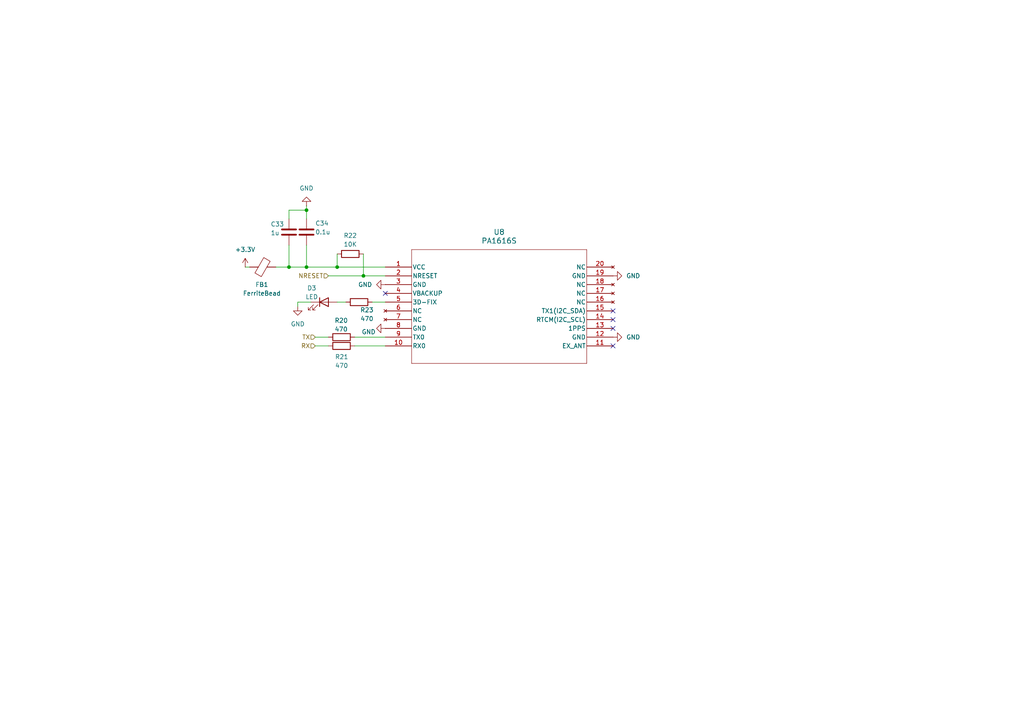
<source format=kicad_sch>
(kicad_sch (version 20250114) (generator "eeschema") (generator_version "9.0")
  (paper "A4")
  (lib_symbols
    (symbol "Device:C" (pin_numbers (hide yes)) (pin_names (offset 0.254))
      (property "Reference" "C" (at 0.635 2.54 0))
      (property "Value" "C" (at 0.635 -2.54 0))
      (symbol "C_0_1"
        (polyline (pts (xy -2.032 0.762) (xy 2.032 0.762)) (stroke (width 0.508)))
        (polyline (pts (xy -2.032 -0.762) (xy 2.032 -0.762)) (stroke (width 0.508)))
      )
      (symbol "C_1_1"
        (pin passive line (at 0 3.81 270) (length 2.794) (name "~") (number "1"))
        (pin passive line (at 0 -3.81 90) (length 2.794) (name "~") (number "2"))
      )
    )
    (symbol "Device:FerriteBead" (pin_numbers (hide yes)) (pin_names (offset 0))
      (property "Reference" "FB" (at -3.81 0.635 90))
      (property "Value" "FerriteBead" (at 3.81 0 90))
      (symbol "FerriteBead_0_1"
        (polyline (pts (xy -2.7686 0.4064) (xy -1.7018 2.2606) (xy 2.7686 -0.3048) (xy 1.6764 -2.159) (xy -2.7686 0.4064)))
        (polyline (pts (xy 0 1.27) (xy 0 1.2954)))
        (polyline (pts (xy 0 -1.27) (xy 0 -1.2192)))
      )
      (symbol "FerriteBead_1_1"
        (pin passive line (at 0 3.81 270) (length 2.54) (name "~") (number "1"))
        (pin passive line (at 0 -3.81 90) (length 2.54) (name "~") (number "2"))
      )
    )
    (symbol "Device:LED" (pin_numbers (hide yes)) (pin_names (offset 1.016) (hide yes))
      (property "Reference" "D" (at 0 2.54 0))
      (property "Value" "LED" (at 0 -2.54 0))
      (symbol "LED_0_1"
        (polyline (pts (xy -3.048 -0.762) (xy -4.572 -2.286) (xy -3.81 -2.286) (xy -4.572 -2.286) (xy -4.572 -1.524)))
        (polyline (pts (xy -1.778 -0.762) (xy -3.302 -2.286) (xy -2.54 -2.286) (xy -3.302 -2.286) (xy -3.302 -1.524)))
        (polyline (pts (xy -1.27 0) (xy 1.27 0)))
        (polyline (pts (xy -1.27 -1.27) (xy -1.27 1.27)) (stroke (width 0.254)))
        (polyline (pts (xy 1.27 -1.27) (xy 1.27 1.27) (xy -1.27 0) (xy 1.27 -1.27)) (stroke (width 0.254)))
      )
      (symbol "LED_1_1"
        (pin passive line (at -3.81 0 0) (length 2.54) (name "K") (number "1"))
        (pin passive line (at 3.81 0 180) (length 2.54) (name "A") (number "2"))
      )
    )
    (symbol "Device:R" (pin_numbers (hide yes)) (pin_names (offset 0))
      (property "Reference" "R" (at 2.032 0 90))
      (property "Value" "R" (at 0 0 90))
      (symbol "R_0_1"
        (rectangle (start -1.016 -2.54) (end 1.016 2.54) (stroke (width 0.254)))
      )
      (symbol "R_1_1"
        (pin passive line (at 0 3.81 270) (length 1.27) (name "~") (number "1"))
        (pin passive line (at 0 -3.81 90) (length 1.27) (name "~") (number "2"))
      )
    )
    (symbol "PA1616S:PA1616S" (pin_names (offset 0.254))
      (property "Reference" "U" (at 33.02 10.16 0))
      (property "Value" "PA1616S" (at 33.02 7.62 0))
      (symbol "PA1616S_0_1"
        (polyline (pts (xy 7.62 5.08) (xy 7.62 -27.94)) (stroke (width 0.127)))
        (polyline (pts (xy 7.62 -27.94) (xy 58.42 -27.94)) (stroke (width 0.127)))
        (polyline (pts (xy 58.42 5.08) (xy 7.62 5.08)) (stroke (width 0.127)))
        (polyline (pts (xy 58.42 -27.94) (xy 58.42 5.08)) (stroke (width 0.127)))
        (pin power_in line (at 0 0 0) (length 7.62) (name "VCC") (number "1"))
        (pin input line (at 0 -2.54 0) (length 7.62) (name "NRESET") (number "2"))
        (pin power_out line (at 0 -5.08 0) (length 7.62) (name "GND") (number "3"))
        (pin power_in line (at 0 -7.62 0) (length 7.62) (name "VBACKUP") (number "4"))
        (pin output line (at 0 -10.16 0) (length 7.62) (name "3D-FIX") (number "5"))
        (pin no_connect line (at 0 -12.7 0) (length 7.62) (name "NC") (number "6"))
        (pin no_connect line (at 0 -15.24 0) (length 7.62) (name "NC") (number "7"))
        (pin power_out line (at 0 -17.78 0) (length 7.62) (name "GND") (number "8"))
        (pin output line (at 0 -20.32 0) (length 7.62) (name "TX0") (number "9"))
        (pin input line (at 0 -22.86 0) (length 7.62) (name "RX0") (number "10"))
        (pin no_connect line (at 66.04 0 180) (length 7.62) (name "NC") (number "20"))
        (pin power_out line (at 66.04 -2.54 180) (length 7.62) (name "GND") (number "19"))
        (pin no_connect line (at 66.04 -5.08 180) (length 7.62) (name "NC") (number "18"))
        (pin no_connect line (at 66.04 -7.62 180) (length 7.62) (name "NC") (number "17"))
        (pin no_connect line (at 66.04 -10.16 180) (length 7.62) (name "NC") (number "16"))
        (pin output line (at 66.04 -12.7 180) (length 7.62) (name "TX1(I2C_SDA)") (number "15"))
        (pin input line (at 66.04 -15.24 180) (length 7.62) (name "RTCM(I2C_SCL)") (number "14"))
        (pin output line (at 66.04 -17.78 180) (length 7.62) (name "1PPS") (number "13"))
        (pin power_out line (at 66.04 -20.32 180) (length 7.62) (name "GND") (number "12"))
        (pin input line (at 66.04 -22.86 180) (length 7.62) (name "EX_ANT") (number "11"))
      )
    )
    (symbol "power:+5V" (power) (pin_numbers (hide yes)) (pin_names (offset 0) (hide yes))
      (property "Value" "+5V" (at 0 3.556 0))
      (symbol "+5V_0_1"
        (polyline (pts (xy -0.762 1.27) (xy 0 2.54)))
        (polyline (pts (xy 0 2.54) (xy 0.762 1.27)))
        (polyline (pts (xy 0 0) (xy 0 2.54)))
      )
      (symbol "+5V_1_1"
        (pin power_in line (at 0 0 90) (length 0) (name "~") (number "1"))
      )
    )
    (symbol "power:GND" (power) (pin_numbers (hide yes)) (pin_names (offset 0) (hide yes))
      (property "Value" "GND" (at 0 -3.81 0))
      (symbol "GND_0_1"
        (polyline (pts (xy 0 0) (xy 0 -1.27) (xy 1.27 -1.27) (xy 0 -2.54) (xy -1.27 -1.27) (xy 0 -1.27)))
      )
      (symbol "GND_1_1"
        (pin power_in line (at 0 0 270) (length 0) (name "~") (number "1"))
      )
    )
  )
  (junction (at 83.82 77.47))
  (junction (at 88.9 77.47))
  (junction (at 97.79 77.47))
  (junction (at 105.41 80.01))
  (junction (at 88.9 60.96))
  (no_connect (at 177.8 90.17))
  (no_connect (at 177.8 92.71))
  (no_connect (at 177.8 95.25))
  (no_connect (at 177.8 100.33))
  (no_connect (at 111.76 85.09))
  (wire (pts (xy 95.25 80.01) (xy 105.41 80.01)))
  (wire (pts (xy 86.36 88.9) (xy 86.36 87.63)))
  (wire (pts (xy 86.36 87.63) (xy 90.17 87.63)))
  (wire (pts (xy 83.82 63.5) (xy 83.82 60.96)))
  (wire (pts (xy 95.25 97.79) (xy 91.44 97.79)))
  (wire (pts (xy 97.79 73.66) (xy 97.79 77.47)))
  (wire (pts (xy 97.79 77.47) (xy 111.76 77.47)))
  (wire (pts (xy 80.01 77.47) (xy 83.82 77.47)))
  (wire (pts (xy 107.95 87.63) (xy 111.76 87.63)))
  (wire (pts (xy 83.82 77.47) (xy 88.9 77.47)))
  (wire (pts (xy 88.9 77.47) (xy 97.79 77.47)))
  (wire (pts (xy 95.25 100.33) (xy 91.44 100.33)))
  (wire (pts (xy 105.41 73.66) (xy 105.41 80.01)))
  (wire (pts (xy 71.12 77.47) (xy 72.39 77.47)))
  (wire (pts (xy 88.9 60.96) (xy 88.9 63.5)))
  (wire (pts (xy 102.87 100.33) (xy 111.76 100.33)))
  (wire (pts (xy 102.87 97.79) (xy 111.76 97.79)))
  (wire (pts (xy 83.82 71.12) (xy 83.82 77.47)))
  (wire (pts (xy 83.82 60.96) (xy 88.9 60.96)))
  (wire (pts (xy 105.41 80.01) (xy 111.76 80.01)))
  (wire (pts (xy 100.33 87.63) (xy 97.79 87.63)))
  (wire (pts (xy 88.9 77.47) (xy 88.9 71.12)))
  (wire (pts (xy 88.9 60.96) (xy 88.9 59.69)))
  (hierarchical_label "TX" (shape input) (at 91.44 97.79 180))
  (hierarchical_label "RX" (shape input) (at 91.44 100.33 180))
  (hierarchical_label "NRESET" (shape input) (at 95.25 80.01 180))
  (symbol (lib_id "Device:R") (at 99.06 100.33 90) (unit 1)
    (property "Reference" "R21" (at 97.155 103.5049 90) (effects (justify right)))
    (property "Value" "470" (at 97.155 106.0449 90) (effects (justify right)))
    (property "Footprint" "Resistor_SMD:R_0805_2012Metric" (effects (hide yes)))
    (property "Description" "Resistor" (effects (hide yes)))
  )
  (symbol (lib_id "power:GND") (at 111.76 95.25 270) (unit 1)
    (property "Reference" "#PWR072" (effects (hide yes)))
    (property "Value" "GND" (at 108.966 96.266 90) (effects (justify right)))
    (property "Description" "Power symbol creates a global label with name \"GND\" , ground" (effects (hide yes)))
  )
  (symbol (lib_id "PA1616S:PA1616S") (at 111.76 77.47 0) (unit 1)
    (property "Reference" "U8" (at 144.78 67.31 0) (effects (font (size 1.524 1.524))))
    (property "Value" "PA1616S" (at 144.78 69.85 0) (effects (font (size 1.524 1.524))))
    (property "Footprint" "CarteDiem_parts:PA1616S_ADA" (effects (hide yes)))
    (property "Datasheet" "790" (effects (hide yes)))
  )
  (symbol (lib_id "power:GND") (at 111.76 82.55 270) (unit 1)
    (property "Reference" "#PWR071" (effects (hide yes)))
    (property "Value" "GND" (at 107.95 82.5499 90) (effects (justify right)))
    (property "Description" "Power symbol creates a global label with name \"GND\" , ground" (effects (hide yes)))
  )
  (symbol (lib_id "Device:R") (at 101.6 73.66 90) (unit 1)
    (property "Reference" "R22" (at 101.6 68.326 90))
    (property "Value" "10K" (at 101.6 70.866 90))
    (property "Footprint" "Resistor_SMD:R_0603_1608Metric" (effects (hide yes)))
    (property "Description" "Resistor" (effects (hide yes)))
  )
  (symbol (lib_id "Device:FerriteBead") (at 76.2 77.47 90) (unit 1)
    (property "Reference" "FB1" (at 75.946 82.55 90))
    (property "Value" "FerriteBead" (at 75.946 85.09 90))
    (property "Footprint" "Inductor_SMD:L_0603_1608Metric" (effects (hide yes)))
    (property "Description" "Ferrite bead" (effects (hide yes)))
  )
  (symbol (lib_id "power:GND") (at 177.8 97.79 90) (unit 1)
    (property "Reference" "#PWR074" (effects (hide yes)))
    (property "Value" "GND" (at 181.61 97.7899 90) (effects (justify right)))
    (property "Description" "Power symbol creates a global label with name \"GND\" , ground" (effects (hide yes)))
  )
  (symbol (lib_id "Device:R") (at 99.06 97.79 270) (unit 1)
    (property "Reference" "R20" (at 97.028 92.964 90) (effects (justify left)))
    (property "Value" "470" (at 97.028 95.504 90) (effects (justify left)))
    (property "Footprint" "Resistor_SMD:R_0805_2012Metric" (effects (hide yes)))
    (property "Description" "Resistor" (effects (hide yes)))
  )
  (symbol (lib_id "power:+5V") (at 71.12 77.47 0) (unit 1)
    (property "Reference" "#PWR068" (effects (hide yes)))
    (property "Value" "+3.3V" (at 71.12 72.39 0))
    (property "Description" "Power symbol creates a global label with name \"+5V\"" (effects (hide yes)))
  )
  (symbol (lib_id "Device:C") (at 88.9 67.31 0) (unit 1)
    (property "Reference" "C34" (at 91.44 64.77 0) (effects (justify left)))
    (property "Value" "0.1u" (at 91.44 67.31 0) (effects (justify left)))
    (property "Footprint" "Capacitor_SMD:C_0603_1608Metric" (effects (hide yes)))
    (property "Description" "Unpolarized capacitor" (effects (hide yes)))
  )
  (symbol (lib_id "Device:LED") (at 93.98 87.63 0) (unit 1)
    (property "Reference" "D3" (at 90.424 83.566 0))
    (property "Value" "LED" (at 90.424 86.106 0))
    (property "Footprint" "Diode_SMD:D_SOD-123" (effects (hide yes)))
    (property "Description" "Light emitting diode" (effects (hide yes)))
    (property "Sim.Pins" "1=K 2=A" (effects (hide yes)))
  )
  (symbol (lib_id "power:GND") (at 86.36 88.9 0) (unit 1)
    (property "Reference" "#PWR069" (effects (hide yes)))
    (property "Value" "GND" (at 86.36 93.98 0))
    (property "Description" "Power symbol creates a global label with name \"GND\" , ground" (effects (hide yes)))
  )
  (symbol (lib_id "Device:C") (at 83.82 67.31 0) (unit 1)
    (property "Reference" "C33" (at 78.486 65.024 0) (effects (justify left)))
    (property "Value" "1u" (at 78.486 67.564 0) (effects (justify left)))
    (property "Footprint" "Capacitor_SMD:C_0603_1608Metric" (effects (hide yes)))
    (property "Description" "Unpolarized capacitor" (effects (hide yes)))
  )
  (symbol (lib_id "Device:R") (at 104.14 87.63 90) (unit 1)
    (property "Reference" "R23" (at 106.426 89.916 90))
    (property "Value" "470" (at 106.426 92.456 90))
    (property "Footprint" "Resistor_SMD:R_0805_2012Metric" (effects (hide yes)))
    (property "Description" "Resistor" (effects (hide yes)))
  )
  (symbol (lib_id "power:GND") (at 88.9 59.69 180) (unit 1)
    (property "Reference" "#PWR070" (effects (hide yes)))
    (property "Value" "GND" (at 88.9 54.61 0))
    (property "Description" "Power symbol creates a global label with name \"GND\" , ground" (effects (hide yes)))
  )
  (symbol (lib_id "power:GND") (at 177.8 80.01 90) (unit 1)
    (property "Reference" "#PWR073" (effects (hide yes)))
    (property "Value" "GND" (at 181.61 80.0099 90) (effects (justify right)))
    (property "Description" "Power symbol creates a global label with name \"GND\" , ground" (effects (hide yes)))
  )
)
</source>
